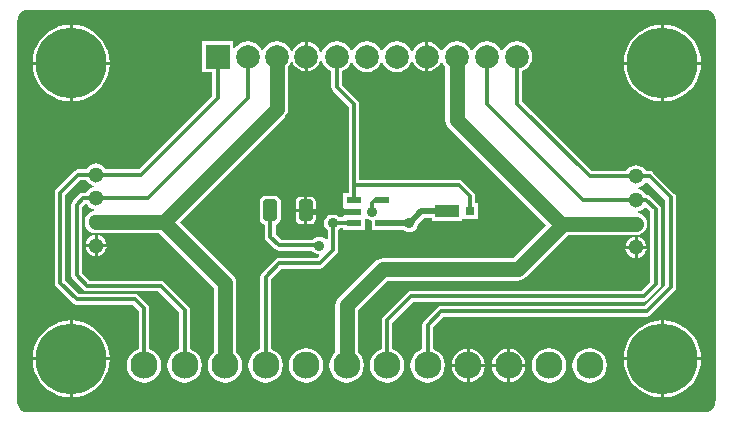
<source format=gtl>
G04 Layer_Physical_Order=1*
G04 Layer_Color=255*
%FSLAX25Y25*%
%MOIN*%
G70*
G01*
G75*
%ADD10R,0.04724X0.02362*%
%ADD11R,0.03150X0.03150*%
%ADD12R,0.07874X0.04331*%
G04:AMPARAMS|DCode=13|XSize=70.87mil|YSize=45.28mil|CornerRadius=5.66mil|HoleSize=0mil|Usage=FLASHONLY|Rotation=90.000|XOffset=0mil|YOffset=0mil|HoleType=Round|Shape=RoundedRectangle|*
%AMROUNDEDRECTD13*
21,1,0.07087,0.03396,0,0,90.0*
21,1,0.05955,0.04528,0,0,90.0*
1,1,0.01132,0.01698,0.02977*
1,1,0.01132,0.01698,-0.02977*
1,1,0.01132,-0.01698,-0.02977*
1,1,0.01132,-0.01698,0.02977*
%
%ADD13ROUNDEDRECTD13*%
%ADD14C,0.01181*%
%ADD15C,0.05118*%
%ADD16C,0.01969*%
%ADD17C,0.09055*%
%ADD18C,0.02362*%
%ADD19C,0.23622*%
%ADD20C,0.05118*%
%ADD21C,0.07874*%
%ADD22R,0.07874X0.07874*%
%ADD23C,0.03543*%
G36*
X231532Y135954D02*
X232016Y135890D01*
X232826Y135555D01*
X233521Y135021D01*
X234055Y134326D01*
X234390Y133517D01*
X234489Y132766D01*
Y5894D01*
X234457Y5535D01*
X234444Y5468D01*
X234447Y5416D01*
X234409Y4936D01*
X234345Y4451D01*
X234010Y3641D01*
X233476Y2946D01*
X232781Y2413D01*
X231972Y2077D01*
X231468Y2011D01*
X5029D01*
X4279Y2110D01*
X3469Y2445D01*
X2774Y2979D01*
X2241Y3674D01*
X1905Y4484D01*
X1806Y5234D01*
Y132056D01*
X1806Y132500D01*
X1804Y132552D01*
X1841Y133032D01*
X1905Y133516D01*
X2241Y134326D01*
X2774Y135021D01*
X3469Y135555D01*
X4279Y135890D01*
X5030Y135989D01*
X230556Y135989D01*
X231000Y135989D01*
X231052Y135992D01*
X231532Y135954D01*
D02*
G37*
%LPC*%
G36*
X88205Y125634D02*
X86869Y125458D01*
X85624Y124943D01*
X84555Y124122D01*
X83735Y123053D01*
X83613Y122759D01*
X83113D01*
X82991Y123053D01*
X82171Y124122D01*
X81101Y124943D01*
X79856Y125458D01*
X78520Y125634D01*
X77184Y125458D01*
X75939Y124943D01*
X74870Y124122D01*
X74138Y123169D01*
X73638Y123303D01*
Y125590D01*
X63402D01*
Y115354D01*
X66714D01*
Y107269D01*
X42365Y82919D01*
X31309D01*
X31276Y82999D01*
X30677Y83780D01*
X29895Y84380D01*
X28986Y84757D01*
X28009Y84885D01*
X27033Y84757D01*
X26123Y84380D01*
X25342Y83780D01*
X24742Y82999D01*
X24709Y82919D01*
X22113D01*
X21422Y82782D01*
X20836Y82390D01*
X14723Y76277D01*
X14331Y75691D01*
X14194Y75000D01*
Y45000D01*
X14331Y44309D01*
X14723Y43723D01*
X20223Y38223D01*
X20809Y37831D01*
X21500Y37694D01*
X40252D01*
X42194Y35752D01*
Y22931D01*
X41121Y22487D01*
X39928Y21572D01*
X39013Y20379D01*
X38438Y18990D01*
X38242Y17500D01*
X38438Y16010D01*
X39013Y14621D01*
X39928Y13429D01*
X41121Y12514D01*
X42510Y11938D01*
X44000Y11742D01*
X45490Y11938D01*
X46879Y12514D01*
X48072Y13429D01*
X48987Y14621D01*
X49562Y16010D01*
X49758Y17500D01*
X49562Y18990D01*
X48987Y20379D01*
X48072Y21572D01*
X46879Y22487D01*
X45806Y22931D01*
Y36500D01*
X45669Y37191D01*
X45277Y37777D01*
X42277Y40777D01*
X41691Y41169D01*
X41000Y41306D01*
X22248D01*
X17806Y45748D01*
Y74252D01*
X22861Y79307D01*
X24709D01*
X24742Y79227D01*
X25342Y78445D01*
X26123Y77846D01*
X27033Y77469D01*
X27344Y77428D01*
Y76924D01*
X27033Y76883D01*
X26123Y76506D01*
X25342Y75906D01*
X24742Y75125D01*
X24709Y75045D01*
X23739D01*
X23048Y74908D01*
X22461Y74516D01*
X20223Y72277D01*
X19831Y71691D01*
X19694Y71000D01*
Y47500D01*
X19831Y46809D01*
X20223Y46223D01*
X23723Y42723D01*
X24309Y42331D01*
X25000Y42194D01*
X48752D01*
X55694Y35252D01*
Y22931D01*
X54621Y22487D01*
X53429Y21572D01*
X52513Y20379D01*
X51938Y18990D01*
X51742Y17500D01*
X51938Y16010D01*
X52513Y14621D01*
X53429Y13429D01*
X54621Y12514D01*
X56010Y11938D01*
X57500Y11742D01*
X58990Y11938D01*
X60379Y12514D01*
X61572Y13429D01*
X62486Y14621D01*
X63062Y16010D01*
X63258Y17500D01*
X63062Y18990D01*
X62486Y20379D01*
X61572Y21572D01*
X60379Y22487D01*
X59306Y22931D01*
Y36000D01*
X59169Y36691D01*
X58777Y37277D01*
X50777Y45277D01*
X50191Y45669D01*
X49500Y45806D01*
X25748D01*
X23306Y48248D01*
Y70252D01*
X24261Y71207D01*
X24349Y71233D01*
X24880Y71173D01*
X25342Y70571D01*
X26123Y69972D01*
X27033Y69595D01*
X27344Y69554D01*
Y69050D01*
X27033Y69009D01*
X26123Y68632D01*
X25342Y68032D01*
X24742Y67251D01*
X24365Y66341D01*
X24237Y65365D01*
X24365Y64388D01*
X24742Y63479D01*
X25342Y62697D01*
X26123Y62098D01*
X27033Y61721D01*
X28009Y61592D01*
X48937D01*
X67228Y43302D01*
Y21801D01*
X66928Y21572D01*
X66013Y20379D01*
X65438Y18990D01*
X65242Y17500D01*
X65438Y16010D01*
X66013Y14621D01*
X66928Y13429D01*
X68121Y12514D01*
X69510Y11938D01*
X71000Y11742D01*
X72490Y11938D01*
X73879Y12514D01*
X75072Y13429D01*
X75986Y14621D01*
X76562Y16010D01*
X76758Y17500D01*
X76562Y18990D01*
X75986Y20379D01*
X75072Y21572D01*
X74772Y21801D01*
Y44865D01*
X74644Y45841D01*
X74267Y46751D01*
X73668Y47532D01*
X55835Y65365D01*
X90873Y100403D01*
X91472Y101184D01*
X91849Y102094D01*
X91978Y103070D01*
Y116981D01*
X92676Y117891D01*
X92954Y118562D01*
X93495D01*
X93735Y117982D01*
X94527Y116951D01*
X95558Y116159D01*
X96759Y115662D01*
X97548Y115558D01*
Y120472D01*
Y125386D01*
X96759Y125282D01*
X95558Y124785D01*
X94527Y123993D01*
X93735Y122962D01*
X93495Y122382D01*
X92954D01*
X92676Y123053D01*
X91856Y124122D01*
X90786Y124943D01*
X89541Y125458D01*
X88205Y125634D01*
D02*
G37*
G36*
X168205D02*
X166869Y125458D01*
X165624Y124943D01*
X164555Y124122D01*
X163735Y123053D01*
X163476Y122429D01*
X162935D01*
X162676Y123053D01*
X161856Y124122D01*
X160786Y124943D01*
X159541Y125458D01*
X158205Y125634D01*
X156869Y125458D01*
X155624Y124943D01*
X154555Y124122D01*
X153735Y123053D01*
X153476Y122429D01*
X152935D01*
X152676Y123053D01*
X151856Y124122D01*
X150786Y124943D01*
X149541Y125458D01*
X148205Y125634D01*
X146869Y125458D01*
X145624Y124943D01*
X144555Y124122D01*
X143735Y123053D01*
X143378Y122192D01*
X142837D01*
X142518Y122962D01*
X141727Y123993D01*
X140695Y124785D01*
X139494Y125282D01*
X138705Y125386D01*
Y120472D01*
Y115558D01*
X139494Y115662D01*
X140695Y116159D01*
X141727Y116951D01*
X142518Y117982D01*
X142837Y118752D01*
X143378D01*
X143735Y117891D01*
X144433Y116981D01*
Y99295D01*
X144562Y98318D01*
X144938Y97408D01*
X145538Y96627D01*
X177915Y64250D01*
X166937Y53272D01*
X123500D01*
X122524Y53144D01*
X121614Y52767D01*
X120833Y52167D01*
X108833Y40167D01*
X108233Y39386D01*
X107856Y38476D01*
X107728Y37500D01*
Y21801D01*
X107429Y21572D01*
X106514Y20379D01*
X105938Y18990D01*
X105742Y17500D01*
X105938Y16010D01*
X106514Y14621D01*
X107429Y13429D01*
X108621Y12514D01*
X110010Y11938D01*
X111500Y11742D01*
X112990Y11938D01*
X114379Y12514D01*
X115571Y13429D01*
X116487Y14621D01*
X117062Y16010D01*
X117258Y17500D01*
X117062Y18990D01*
X116487Y20379D01*
X115571Y21572D01*
X115272Y21801D01*
Y35937D01*
X125063Y45728D01*
X168500D01*
X169476Y45856D01*
X170386Y46233D01*
X171168Y46832D01*
X185324Y60989D01*
X207991D01*
X208967Y61117D01*
X209877Y61494D01*
X210658Y62094D01*
X211258Y62875D01*
X211635Y63785D01*
X211763Y64761D01*
X211635Y65737D01*
X211258Y66647D01*
X210658Y67429D01*
X209877Y68028D01*
X208967Y68405D01*
X208656Y68446D01*
Y68950D01*
X208967Y68991D01*
X209877Y69368D01*
X210658Y69968D01*
X210783Y70130D01*
X211282Y70163D01*
X212694Y68752D01*
Y45248D01*
X209752Y42306D01*
X133000D01*
X132309Y42169D01*
X131723Y41777D01*
X123723Y33777D01*
X123331Y33191D01*
X123194Y32500D01*
Y22931D01*
X122121Y22487D01*
X120929Y21572D01*
X120013Y20379D01*
X119438Y18990D01*
X119242Y17500D01*
X119438Y16010D01*
X120013Y14621D01*
X120929Y13429D01*
X122121Y12514D01*
X123510Y11938D01*
X125000Y11742D01*
X126490Y11938D01*
X127879Y12514D01*
X129071Y13429D01*
X129987Y14621D01*
X130562Y16010D01*
X130758Y17500D01*
X130562Y18990D01*
X129987Y20379D01*
X129071Y21572D01*
X127879Y22487D01*
X126806Y22931D01*
Y31752D01*
X133748Y38694D01*
X210500D01*
X211191Y38831D01*
X211777Y39223D01*
X215777Y43223D01*
X216169Y43809D01*
X216306Y44500D01*
Y69500D01*
X216169Y70191D01*
X215777Y70777D01*
X212642Y73913D01*
X212056Y74304D01*
X211365Y74441D01*
X211291D01*
X211258Y74521D01*
X210658Y75303D01*
X209877Y75902D01*
X208967Y76279D01*
X208656Y76320D01*
Y76824D01*
X208967Y76865D01*
X209877Y77242D01*
X210658Y77842D01*
X211258Y78623D01*
X211267Y78645D01*
X211753Y78693D01*
X217694Y72752D01*
Y44248D01*
X210752Y37306D01*
X143000D01*
X142309Y37169D01*
X141723Y36777D01*
X137223Y32277D01*
X136831Y31691D01*
X136694Y31000D01*
Y22931D01*
X135621Y22487D01*
X134429Y21572D01*
X133513Y20379D01*
X132938Y18990D01*
X132742Y17500D01*
X132938Y16010D01*
X133513Y14621D01*
X134429Y13429D01*
X135621Y12514D01*
X137010Y11938D01*
X138500Y11742D01*
X139990Y11938D01*
X141379Y12514D01*
X142571Y13429D01*
X143486Y14621D01*
X144062Y16010D01*
X144258Y17500D01*
X144062Y18990D01*
X143486Y20379D01*
X142571Y21572D01*
X141379Y22487D01*
X140306Y22931D01*
Y30252D01*
X143748Y33694D01*
X211500D01*
X212191Y33831D01*
X212777Y34223D01*
X220777Y42223D01*
X221169Y42809D01*
X221306Y43500D01*
Y73500D01*
X221169Y74191D01*
X220777Y74777D01*
X213768Y81787D01*
X213182Y82178D01*
X212491Y82316D01*
X211291D01*
X211258Y82395D01*
X210658Y83177D01*
X209877Y83776D01*
X208967Y84153D01*
X207991Y84282D01*
X207014Y84153D01*
X206105Y83776D01*
X205323Y83177D01*
X204724Y82395D01*
X204691Y82316D01*
X193239D01*
X170012Y105543D01*
Y115680D01*
X170786Y116001D01*
X171856Y116822D01*
X172676Y117891D01*
X173192Y119136D01*
X173368Y120472D01*
X173192Y121808D01*
X172676Y123053D01*
X171856Y124122D01*
X170786Y124943D01*
X169541Y125458D01*
X168205Y125634D01*
D02*
G37*
G36*
X128205D02*
X126869Y125458D01*
X125624Y124943D01*
X124555Y124122D01*
X123735Y123053D01*
X123476Y122429D01*
X122935D01*
X122676Y123053D01*
X121856Y124122D01*
X120786Y124943D01*
X119541Y125458D01*
X118205Y125634D01*
X116869Y125458D01*
X115624Y124943D01*
X114555Y124122D01*
X113735Y123053D01*
X113476Y122429D01*
X112935D01*
X112676Y123053D01*
X111856Y124122D01*
X110786Y124943D01*
X109541Y125458D01*
X108205Y125634D01*
X106869Y125458D01*
X105624Y124943D01*
X104555Y124122D01*
X103735Y123053D01*
X103299Y122002D01*
X102758D01*
X102360Y122962D01*
X101569Y123993D01*
X100538Y124785D01*
X99337Y125282D01*
X98548Y125386D01*
Y120472D01*
Y115558D01*
X99337Y115662D01*
X100538Y116159D01*
X101569Y116951D01*
X102360Y117982D01*
X102758Y118942D01*
X103299D01*
X103735Y117891D01*
X104555Y116822D01*
X105624Y116001D01*
X106399Y115680D01*
Y110295D01*
X106536Y109603D01*
X106928Y109017D01*
X112194Y103752D01*
Y74862D01*
X110457D01*
Y70138D01*
X110638D01*
Y69260D01*
X114000D01*
Y68260D01*
X110638D01*
Y67382D01*
X110457D01*
Y66826D01*
X109257D01*
X109070Y67070D01*
X108453Y67543D01*
X107735Y67841D01*
X106964Y67942D01*
X106193Y67841D01*
X105475Y67543D01*
X104858Y67070D01*
X104385Y66453D01*
X104087Y65735D01*
X103986Y64964D01*
X104087Y64193D01*
X104385Y63475D01*
X104858Y62858D01*
X105158Y62628D01*
Y59580D01*
X104658Y59410D01*
X104550Y59550D01*
X103933Y60023D01*
X103215Y60321D01*
X102444Y60422D01*
X101673Y60321D01*
X100955Y60023D01*
X100338Y59550D01*
X100151Y59306D01*
X89748D01*
X87884Y61171D01*
Y64491D01*
X88457Y64605D01*
X89035Y64992D01*
X89421Y65570D01*
X89557Y66251D01*
Y72206D01*
X89421Y72888D01*
X89035Y73466D01*
X88457Y73852D01*
X87775Y73987D01*
X84380D01*
X83698Y73852D01*
X83120Y73466D01*
X82734Y72888D01*
X82598Y72206D01*
Y66251D01*
X82734Y65570D01*
X83120Y64992D01*
X83698Y64605D01*
X84271Y64491D01*
Y60422D01*
X84409Y59731D01*
X84800Y59145D01*
X87723Y56223D01*
X88309Y55831D01*
X89000Y55694D01*
X100066D01*
X100338Y55338D01*
X100955Y54865D01*
X101673Y54567D01*
X102232Y54494D01*
X102429Y53984D01*
X101752Y53306D01*
X89000D01*
X88309Y53169D01*
X87723Y52777D01*
X83223Y48277D01*
X82831Y47691D01*
X82694Y47000D01*
Y22931D01*
X81621Y22487D01*
X80428Y21572D01*
X79514Y20379D01*
X78938Y18990D01*
X78742Y17500D01*
X78938Y16010D01*
X79514Y14621D01*
X80428Y13429D01*
X81621Y12514D01*
X83010Y11938D01*
X84500Y11742D01*
X85990Y11938D01*
X87379Y12514D01*
X88572Y13429D01*
X89486Y14621D01*
X90062Y16010D01*
X90258Y17500D01*
X90062Y18990D01*
X89486Y20379D01*
X88572Y21572D01*
X87379Y22487D01*
X86306Y22931D01*
Y46252D01*
X89748Y49694D01*
X102500D01*
X103191Y49831D01*
X103777Y50223D01*
X108241Y54687D01*
X108633Y55273D01*
X108770Y55964D01*
Y62628D01*
X109070Y62858D01*
X109343Y63213D01*
X110457D01*
Y62657D01*
X117543D01*
Y66338D01*
X118043Y66539D01*
X118511Y66181D01*
X119229Y65883D01*
X119905Y65794D01*
Y62657D01*
X126992D01*
Y62812D01*
X130418D01*
X130975Y62385D01*
X131693Y62087D01*
X132464Y61986D01*
X133235Y62087D01*
X133953Y62385D01*
X134570Y62858D01*
X135043Y63475D01*
X135341Y64193D01*
X135420Y64798D01*
X137361Y66739D01*
X139889D01*
Y65601D01*
X150125D01*
Y66191D01*
X155243D01*
Y71703D01*
X154294D01*
Y74013D01*
X154156Y74704D01*
X153764Y75290D01*
X150277Y78777D01*
X149691Y79169D01*
X149000Y79306D01*
X115806D01*
Y104500D01*
X115669Y105191D01*
X115277Y105777D01*
X110012Y111043D01*
Y115680D01*
X110786Y116001D01*
X111856Y116822D01*
X112676Y117891D01*
X112935Y118516D01*
X113476D01*
X113735Y117891D01*
X114555Y116822D01*
X115624Y116001D01*
X116869Y115486D01*
X118205Y115310D01*
X119541Y115486D01*
X120786Y116001D01*
X121856Y116822D01*
X122676Y117891D01*
X122935Y118516D01*
X123476D01*
X123735Y117891D01*
X124555Y116822D01*
X125624Y116001D01*
X126869Y115486D01*
X128205Y115310D01*
X129541Y115486D01*
X130787Y116001D01*
X131856Y116822D01*
X132676Y117891D01*
X133033Y118752D01*
X133574D01*
X133893Y117982D01*
X134684Y116951D01*
X135715Y116159D01*
X136916Y115662D01*
X137705Y115558D01*
Y120472D01*
Y125386D01*
X136916Y125282D01*
X135715Y124785D01*
X134684Y123993D01*
X133893Y122962D01*
X133574Y122192D01*
X133033D01*
X132676Y123053D01*
X131856Y124122D01*
X130787Y124943D01*
X129541Y125458D01*
X128205Y125634D01*
D02*
G37*
G36*
X217315Y131126D02*
Y118815D01*
X229626D01*
X229507Y120325D01*
X229037Y122286D01*
X228265Y124149D01*
X227211Y125868D01*
X225902Y127402D01*
X224368Y128711D01*
X222649Y129765D01*
X220786Y130537D01*
X218825Y131007D01*
X217315Y131126D01*
D02*
G37*
G36*
X216315D02*
X214805Y131007D01*
X212844Y130537D01*
X210981Y129765D01*
X209261Y128711D01*
X207728Y127402D01*
X206419Y125868D01*
X205365Y124149D01*
X204593Y122286D01*
X204122Y120325D01*
X204004Y118815D01*
X216315D01*
Y131126D01*
D02*
G37*
G36*
X20185D02*
Y118815D01*
X32496D01*
X32377Y120325D01*
X31907Y122286D01*
X31135Y124149D01*
X30081Y125868D01*
X28772Y127402D01*
X27239Y128711D01*
X25519Y129765D01*
X23656Y130537D01*
X21695Y131007D01*
X20185Y131126D01*
D02*
G37*
G36*
X19185D02*
X17675Y131007D01*
X15714Y130537D01*
X13851Y129765D01*
X12132Y128711D01*
X10598Y127402D01*
X9289Y125868D01*
X8235Y124149D01*
X7463Y122286D01*
X6993Y120325D01*
X6874Y118815D01*
X19185D01*
Y131126D01*
D02*
G37*
G36*
X229626Y117815D02*
X217315D01*
Y105504D01*
X218825Y105622D01*
X220786Y106093D01*
X222649Y106865D01*
X224368Y107919D01*
X225902Y109228D01*
X227211Y110762D01*
X228265Y112481D01*
X229037Y114344D01*
X229507Y116305D01*
X229626Y117815D01*
D02*
G37*
G36*
X216315D02*
X204004D01*
X204122Y116305D01*
X204593Y114344D01*
X205365Y112481D01*
X206419Y110762D01*
X207728Y109228D01*
X209261Y107919D01*
X210981Y106865D01*
X212844Y106093D01*
X214805Y105622D01*
X216315Y105504D01*
Y117815D01*
D02*
G37*
G36*
X32496D02*
X20185D01*
Y105504D01*
X21695Y105622D01*
X23656Y106093D01*
X25519Y106865D01*
X27239Y107919D01*
X28772Y109228D01*
X30081Y110762D01*
X31135Y112481D01*
X31907Y114344D01*
X32377Y116305D01*
X32496Y117815D01*
D02*
G37*
G36*
X19185D02*
X6874D01*
X6993Y116305D01*
X7463Y114344D01*
X8235Y112481D01*
X9289Y110762D01*
X10598Y109228D01*
X12132Y107919D01*
X13851Y106865D01*
X15714Y106093D01*
X17675Y105622D01*
X19185Y105504D01*
Y117815D01*
D02*
G37*
G36*
X99586Y73803D02*
X98388D01*
Y69729D01*
X101183D01*
Y72206D01*
X101061Y72817D01*
X100715Y73335D01*
X100197Y73681D01*
X99586Y73803D01*
D02*
G37*
G36*
X97388D02*
X96191D01*
X95580Y73681D01*
X95062Y73335D01*
X94716Y72817D01*
X94594Y72206D01*
Y69729D01*
X97388D01*
Y73803D01*
D02*
G37*
G36*
X101183Y68729D02*
X98388D01*
Y64655D01*
X99586D01*
X100197Y64776D01*
X100715Y65122D01*
X101061Y65640D01*
X101183Y66251D01*
Y68729D01*
D02*
G37*
G36*
X97388D02*
X94594D01*
Y66251D01*
X94716Y65640D01*
X95062Y65122D01*
X95580Y64776D01*
X96191Y64655D01*
X97388D01*
Y68729D01*
D02*
G37*
G36*
X28509Y61015D02*
Y57991D01*
X31533D01*
X31477Y58420D01*
X31118Y59286D01*
X30548Y60029D01*
X29804Y60600D01*
X28938Y60958D01*
X28509Y61015D01*
D02*
G37*
G36*
X27509D02*
X27080Y60958D01*
X26214Y60600D01*
X25471Y60029D01*
X24900Y59286D01*
X24542Y58420D01*
X24485Y57991D01*
X27509D01*
Y61015D01*
D02*
G37*
G36*
X208491Y60411D02*
Y57387D01*
X211515D01*
X211458Y57816D01*
X211100Y58682D01*
X210529Y59425D01*
X209786Y59996D01*
X208920Y60355D01*
X208491Y60411D01*
D02*
G37*
G36*
X207491D02*
X207062Y60355D01*
X206196Y59996D01*
X205452Y59425D01*
X204882Y58682D01*
X204523Y57816D01*
X204467Y57387D01*
X207491D01*
Y60411D01*
D02*
G37*
G36*
X31533Y56991D02*
X28509D01*
Y53967D01*
X28938Y54023D01*
X29804Y54382D01*
X30548Y54952D01*
X31118Y55696D01*
X31477Y56562D01*
X31533Y56991D01*
D02*
G37*
G36*
X27509D02*
X24485D01*
X24542Y56562D01*
X24900Y55696D01*
X25471Y54952D01*
X26214Y54382D01*
X27080Y54023D01*
X27509Y53967D01*
Y56991D01*
D02*
G37*
G36*
X211515Y56387D02*
X208491D01*
Y53363D01*
X208920Y53420D01*
X209786Y53778D01*
X210529Y54349D01*
X211100Y55092D01*
X211458Y55958D01*
X211515Y56387D01*
D02*
G37*
G36*
X207491D02*
X204467D01*
X204523Y55958D01*
X204882Y55092D01*
X205452Y54349D01*
X206196Y53778D01*
X207062Y53420D01*
X207491Y53363D01*
Y56387D01*
D02*
G37*
G36*
X217315Y32496D02*
Y20185D01*
X229626D01*
X229507Y21695D01*
X229037Y23656D01*
X228265Y25519D01*
X227211Y27239D01*
X225902Y28772D01*
X224368Y30081D01*
X222649Y31135D01*
X220786Y31907D01*
X218825Y32377D01*
X217315Y32496D01*
D02*
G37*
G36*
X216315D02*
X214805Y32377D01*
X212844Y31907D01*
X210981Y31135D01*
X209261Y30081D01*
X207728Y28772D01*
X206419Y27239D01*
X205365Y25519D01*
X204593Y23656D01*
X204122Y21695D01*
X204004Y20185D01*
X216315D01*
Y32496D01*
D02*
G37*
G36*
X20185D02*
Y20185D01*
X32496D01*
X32377Y21695D01*
X31907Y23656D01*
X31135Y25519D01*
X30081Y27239D01*
X28772Y28772D01*
X27239Y30081D01*
X25519Y31135D01*
X23656Y31907D01*
X21695Y32377D01*
X20185Y32496D01*
D02*
G37*
G36*
X19185D02*
X17675Y32377D01*
X15714Y31907D01*
X13851Y31135D01*
X12132Y30081D01*
X10598Y28772D01*
X9289Y27239D01*
X8235Y25519D01*
X7463Y23656D01*
X6993Y21695D01*
X6874Y20185D01*
X19185D01*
Y32496D01*
D02*
G37*
G36*
X166000Y23009D02*
Y18000D01*
X171009D01*
X170885Y18943D01*
X170328Y20288D01*
X169442Y21442D01*
X168288Y22328D01*
X166943Y22885D01*
X166000Y23009D01*
D02*
G37*
G36*
X165000D02*
X164057Y22885D01*
X162712Y22328D01*
X161558Y21442D01*
X160672Y20288D01*
X160115Y18943D01*
X159991Y18000D01*
X165000D01*
Y23009D01*
D02*
G37*
G36*
X152500D02*
Y18000D01*
X157509D01*
X157385Y18943D01*
X156828Y20288D01*
X155942Y21442D01*
X154788Y22328D01*
X153443Y22885D01*
X152500Y23009D01*
D02*
G37*
G36*
X151500D02*
X150557Y22885D01*
X149212Y22328D01*
X148058Y21442D01*
X147172Y20288D01*
X146615Y18943D01*
X146491Y18000D01*
X151500D01*
Y23009D01*
D02*
G37*
G36*
X171009Y17000D02*
X166000D01*
Y11991D01*
X166943Y12115D01*
X168288Y12672D01*
X169442Y13558D01*
X170328Y14712D01*
X170885Y16057D01*
X171009Y17000D01*
D02*
G37*
G36*
X165000D02*
X159991D01*
X160115Y16057D01*
X160672Y14712D01*
X161558Y13558D01*
X162712Y12672D01*
X164057Y12115D01*
X165000Y11991D01*
Y17000D01*
D02*
G37*
G36*
X157509D02*
X152500D01*
Y11991D01*
X153443Y12115D01*
X154788Y12672D01*
X155942Y13558D01*
X156828Y14712D01*
X157385Y16057D01*
X157509Y17000D01*
D02*
G37*
G36*
X151500D02*
X146491D01*
X146615Y16057D01*
X147172Y14712D01*
X148058Y13558D01*
X149212Y12672D01*
X150557Y12115D01*
X151500Y11991D01*
Y17000D01*
D02*
G37*
G36*
X192500Y23258D02*
X191010Y23062D01*
X189621Y22487D01*
X188428Y21572D01*
X187513Y20379D01*
X186938Y18990D01*
X186742Y17500D01*
X186938Y16010D01*
X187513Y14621D01*
X188428Y13429D01*
X189621Y12514D01*
X191010Y11938D01*
X192500Y11742D01*
X193990Y11938D01*
X195379Y12514D01*
X196572Y13429D01*
X197486Y14621D01*
X198062Y16010D01*
X198258Y17500D01*
X198062Y18990D01*
X197486Y20379D01*
X196572Y21572D01*
X195379Y22487D01*
X193990Y23062D01*
X192500Y23258D01*
D02*
G37*
G36*
X179000D02*
X177510Y23062D01*
X176121Y22487D01*
X174928Y21572D01*
X174013Y20379D01*
X173438Y18990D01*
X173242Y17500D01*
X173438Y16010D01*
X174013Y14621D01*
X174928Y13429D01*
X176121Y12514D01*
X177510Y11938D01*
X179000Y11742D01*
X180490Y11938D01*
X181879Y12514D01*
X183071Y13429D01*
X183986Y14621D01*
X184562Y16010D01*
X184758Y17500D01*
X184562Y18990D01*
X183986Y20379D01*
X183071Y21572D01*
X181879Y22487D01*
X180490Y23062D01*
X179000Y23258D01*
D02*
G37*
G36*
X98000D02*
X96510Y23062D01*
X95121Y22487D01*
X93928Y21572D01*
X93014Y20379D01*
X92438Y18990D01*
X92242Y17500D01*
X92438Y16010D01*
X93014Y14621D01*
X93928Y13429D01*
X95121Y12514D01*
X96510Y11938D01*
X98000Y11742D01*
X99490Y11938D01*
X100879Y12514D01*
X102071Y13429D01*
X102987Y14621D01*
X103562Y16010D01*
X103758Y17500D01*
X103562Y18990D01*
X102987Y20379D01*
X102071Y21572D01*
X100879Y22487D01*
X99490Y23062D01*
X98000Y23258D01*
D02*
G37*
G36*
X229626Y19185D02*
X217315D01*
Y6874D01*
X218825Y6993D01*
X220786Y7463D01*
X222649Y8235D01*
X224368Y9289D01*
X225902Y10598D01*
X227211Y12132D01*
X228265Y13851D01*
X229037Y15714D01*
X229507Y17675D01*
X229626Y19185D01*
D02*
G37*
G36*
X216315D02*
X204004D01*
X204122Y17675D01*
X204593Y15714D01*
X205365Y13851D01*
X206419Y12132D01*
X207728Y10598D01*
X209261Y9289D01*
X210981Y8235D01*
X212844Y7463D01*
X214805Y6993D01*
X216315Y6874D01*
Y19185D01*
D02*
G37*
G36*
X32496D02*
X20185D01*
Y6874D01*
X21695Y6993D01*
X23656Y7463D01*
X25519Y8235D01*
X27239Y9289D01*
X28772Y10598D01*
X30081Y12132D01*
X31135Y13851D01*
X31907Y15714D01*
X32377Y17675D01*
X32496Y19185D01*
D02*
G37*
G36*
X19185D02*
X6874D01*
X6993Y17675D01*
X7463Y15714D01*
X8235Y13851D01*
X9289Y12132D01*
X10598Y10598D01*
X12132Y9289D01*
X13851Y8235D01*
X15714Y7463D01*
X17675Y6993D01*
X19185Y6874D01*
Y19185D01*
D02*
G37*
%LPD*%
D10*
X114000Y72500D02*
D03*
Y68760D02*
D03*
Y65020D02*
D03*
X123449D02*
D03*
Y72500D02*
D03*
D11*
X152487Y68947D02*
D03*
D12*
X145007D02*
D03*
D13*
X86077Y69229D02*
D03*
X97888D02*
D03*
D14*
X219500Y43500D02*
Y73500D01*
X212491Y80509D02*
X219500Y73500D01*
X207991Y80509D02*
X212491D01*
X16000Y75000D02*
X22113Y81113D01*
X16000Y45000D02*
Y75000D01*
Y45000D02*
X21500Y39500D01*
X23739Y73239D02*
X28009D01*
X21500Y71000D02*
X23739Y73239D01*
X21500Y47500D02*
Y71000D01*
Y47500D02*
X25000Y44000D01*
X44000Y17500D02*
Y36500D01*
X41000Y39500D02*
X44000Y36500D01*
X21500Y39500D02*
X41000D01*
X25000Y44000D02*
X49500D01*
X57500Y36000D01*
Y17500D02*
Y36000D01*
X143000Y35500D02*
X211500D01*
X138500Y31000D02*
X143000Y35500D01*
X138500Y17500D02*
Y31000D01*
X211500Y35500D02*
X219500Y43500D01*
X214500Y44500D02*
Y69500D01*
X210500Y40500D02*
X214500Y44500D01*
X133000Y40500D02*
X210500D01*
X211365Y72635D02*
X214500Y69500D01*
X207991Y72635D02*
X211365D01*
X125000Y32500D02*
X133000Y40500D01*
X89000Y51500D02*
X102500D01*
X84500Y47000D02*
X89000Y51500D01*
X84500Y17500D02*
Y47000D01*
X102500Y51500D02*
X106964Y55964D01*
X125000Y17500D02*
Y32500D01*
X192491Y80509D02*
X207991D01*
X168205Y104795D02*
X192491Y80509D01*
X168205Y104795D02*
Y120472D01*
X22113Y81113D02*
X28009D01*
X190365Y72635D02*
X207991D01*
X158205Y104795D02*
X190365Y72635D01*
X158205Y104795D02*
Y120472D01*
X78520Y106520D02*
Y120472D01*
X45239Y73239D02*
X78520Y106520D01*
X28009Y73239D02*
X45239D01*
X68520Y106520D02*
Y120472D01*
X43113Y81113D02*
X68520Y106520D01*
X28009Y81113D02*
X43113D01*
X114000Y72500D02*
Y104500D01*
X108205Y110295D02*
X114000Y104500D01*
X108205Y110295D02*
Y120472D01*
X107020Y65020D02*
X114000D01*
X121000Y72500D02*
X123449D01*
X120000Y71500D02*
X121000Y72500D01*
X120000Y68760D02*
Y71500D01*
X114000Y77500D02*
X149000D01*
X152487Y74013D01*
Y68947D02*
Y74013D01*
X113969Y68729D02*
X114000Y68760D01*
X86077Y60422D02*
Y69229D01*
Y60422D02*
X89000Y57500D01*
X102444D01*
X106964Y64964D02*
X107020Y65020D01*
X106964Y55964D02*
Y64964D01*
D15*
X50500Y65365D02*
X71000Y44865D01*
Y17500D02*
Y44865D01*
X111500Y17500D02*
Y37500D01*
X123500Y49500D01*
X168500D02*
X183761Y64761D01*
X123500Y49500D02*
X168500D01*
X183761Y64761D02*
X207991D01*
X148205Y99295D02*
X183250Y64250D01*
X148205Y99295D02*
Y120472D01*
X88205Y103070D02*
Y120472D01*
X50500Y65365D02*
X88205Y103070D01*
X28009Y65365D02*
X50500D01*
D16*
X123449Y65020D02*
X132520D01*
X136447Y68947D01*
X145007D01*
X99272Y68729D02*
X113969D01*
X98000Y70000D02*
X99272Y68729D01*
D17*
X192500Y17500D02*
D03*
X179000D02*
D03*
X165500D02*
D03*
X152000D02*
D03*
X138500D02*
D03*
X125000D02*
D03*
X111500D02*
D03*
X98000D02*
D03*
X84500D02*
D03*
X71000D02*
D03*
X57500D02*
D03*
X44000D02*
D03*
D18*
X12975Y111862D02*
D03*
X10490Y118380D02*
D03*
X13127Y124771D02*
D03*
X19671Y127460D02*
D03*
X26112Y124923D02*
D03*
X28824Y118281D02*
D03*
X26112Y111913D02*
D03*
X19673Y109180D02*
D03*
X216803D02*
D03*
X223242Y111913D02*
D03*
X225954Y118281D02*
D03*
X223242Y124923D02*
D03*
X216800Y127460D02*
D03*
X210257Y124771D02*
D03*
X207620Y118380D02*
D03*
X210105Y111862D02*
D03*
X216803Y10551D02*
D03*
X223242Y13283D02*
D03*
X225954Y19651D02*
D03*
X223242Y26294D02*
D03*
X216800Y28830D02*
D03*
X210257Y26141D02*
D03*
X207620Y19750D02*
D03*
X210105Y13232D02*
D03*
X19673Y10551D02*
D03*
X26112Y13283D02*
D03*
X28824Y19651D02*
D03*
X26112Y26294D02*
D03*
X19671Y28830D02*
D03*
X13127Y26141D02*
D03*
X10490Y19750D02*
D03*
X12975Y13232D02*
D03*
D19*
X19685Y118315D02*
D03*
X216815D02*
D03*
Y19685D02*
D03*
X19685D02*
D03*
D20*
X28009Y81113D02*
D03*
Y73239D02*
D03*
Y57491D02*
D03*
Y65365D02*
D03*
X207991Y56887D02*
D03*
Y64761D02*
D03*
Y80509D02*
D03*
Y72635D02*
D03*
D21*
X158205Y120472D02*
D03*
X148205D02*
D03*
X138205D02*
D03*
X128205D02*
D03*
X78520D02*
D03*
X88205D02*
D03*
X98048D02*
D03*
X108205D02*
D03*
X118205D02*
D03*
X168205D02*
D03*
D22*
X68520D02*
D03*
D23*
X106964Y64964D02*
D03*
X120000Y68760D02*
D03*
X102444Y57444D02*
D03*
X132464Y64964D02*
D03*
M02*

</source>
